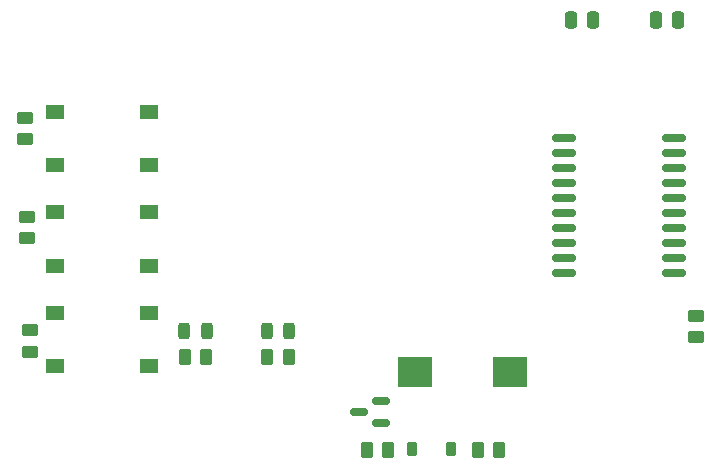
<source format=gtp>
G04 #@! TF.GenerationSoftware,KiCad,Pcbnew,7.0.5-7.0.5~ubuntu20.04.1*
G04 #@! TF.CreationDate,2023-07-24T22:04:44+03:00*
G04 #@! TF.ProjectId,hardware,68617264-7761-4726-952e-6b696361645f,rev?*
G04 #@! TF.SameCoordinates,Original*
G04 #@! TF.FileFunction,Paste,Top*
G04 #@! TF.FilePolarity,Positive*
%FSLAX46Y46*%
G04 Gerber Fmt 4.6, Leading zero omitted, Abs format (unit mm)*
G04 Created by KiCad (PCBNEW 7.0.5-7.0.5~ubuntu20.04.1) date 2023-07-24 22:04:44*
%MOMM*%
%LPD*%
G01*
G04 APERTURE LIST*
G04 Aperture macros list*
%AMRoundRect*
0 Rectangle with rounded corners*
0 $1 Rounding radius*
0 $2 $3 $4 $5 $6 $7 $8 $9 X,Y pos of 4 corners*
0 Add a 4 corners polygon primitive as box body*
4,1,4,$2,$3,$4,$5,$6,$7,$8,$9,$2,$3,0*
0 Add four circle primitives for the rounded corners*
1,1,$1+$1,$2,$3*
1,1,$1+$1,$4,$5*
1,1,$1+$1,$6,$7*
1,1,$1+$1,$8,$9*
0 Add four rect primitives between the rounded corners*
20,1,$1+$1,$2,$3,$4,$5,0*
20,1,$1+$1,$4,$5,$6,$7,0*
20,1,$1+$1,$6,$7,$8,$9,0*
20,1,$1+$1,$8,$9,$2,$3,0*%
G04 Aperture macros list end*
%ADD10RoundRect,0.250000X0.262500X0.450000X-0.262500X0.450000X-0.262500X-0.450000X0.262500X-0.450000X0*%
%ADD11R,3.000000X2.500000*%
%ADD12RoundRect,0.250000X0.250000X0.475000X-0.250000X0.475000X-0.250000X-0.475000X0.250000X-0.475000X0*%
%ADD13RoundRect,0.250000X0.450000X-0.262500X0.450000X0.262500X-0.450000X0.262500X-0.450000X-0.262500X0*%
%ADD14R,1.550000X1.300000*%
%ADD15RoundRect,0.243750X0.243750X0.456250X-0.243750X0.456250X-0.243750X-0.456250X0.243750X-0.456250X0*%
%ADD16RoundRect,0.150000X0.875000X0.150000X-0.875000X0.150000X-0.875000X-0.150000X0.875000X-0.150000X0*%
%ADD17RoundRect,0.250000X-0.450000X0.262500X-0.450000X-0.262500X0.450000X-0.262500X0.450000X0.262500X0*%
%ADD18RoundRect,0.250000X-0.250000X-0.475000X0.250000X-0.475000X0.250000X0.475000X-0.250000X0.475000X0*%
%ADD19RoundRect,0.225000X0.225000X0.375000X-0.225000X0.375000X-0.225000X-0.375000X0.225000X-0.375000X0*%
%ADD20RoundRect,0.150000X0.587500X0.150000X-0.587500X0.150000X-0.587500X-0.150000X0.587500X-0.150000X0*%
G04 APERTURE END LIST*
D10*
X161912500Y-121800000D03*
X160087500Y-121800000D03*
D11*
X154800000Y-115275000D03*
X162800000Y-115275000D03*
D12*
X169850000Y-85400000D03*
X167950000Y-85400000D03*
D13*
X178600000Y-112312500D03*
X178600000Y-110487500D03*
D10*
X152512500Y-121800000D03*
X150687500Y-121800000D03*
D14*
X132275000Y-114725000D03*
X124325000Y-114725000D03*
X132275000Y-110225000D03*
X124325000Y-110225000D03*
X132275000Y-106225000D03*
X124325000Y-106225000D03*
X132275000Y-101725000D03*
X124325000Y-101725000D03*
D15*
X135262500Y-111800000D03*
X137137500Y-111800000D03*
D10*
X144112500Y-114000000D03*
X142287500Y-114000000D03*
D15*
X142262500Y-111800000D03*
X144137500Y-111800000D03*
D14*
X132275000Y-97725000D03*
X124325000Y-97725000D03*
X132275000Y-93225000D03*
X124325000Y-93225000D03*
D16*
X176700000Y-106885000D03*
X176700000Y-105615000D03*
X176700000Y-104345000D03*
X176700000Y-103075000D03*
X176700000Y-101805000D03*
X176700000Y-100535000D03*
X176700000Y-99265000D03*
X176700000Y-97995000D03*
X176700000Y-96725000D03*
X176700000Y-95455000D03*
X167400000Y-95455000D03*
X167400000Y-96725000D03*
X167400000Y-97995000D03*
X167400000Y-99265000D03*
X167400000Y-100535000D03*
X167400000Y-101805000D03*
X167400000Y-103075000D03*
X167400000Y-104345000D03*
X167400000Y-105615000D03*
X167400000Y-106885000D03*
D17*
X121800000Y-93687500D03*
X121800000Y-95512500D03*
D18*
X175150000Y-85400000D03*
X177050000Y-85400000D03*
D10*
X137112500Y-114000000D03*
X135287500Y-114000000D03*
D17*
X121900000Y-102087500D03*
X121900000Y-103912500D03*
X122200000Y-111687500D03*
X122200000Y-113512500D03*
D19*
X157850000Y-121775000D03*
X154550000Y-121775000D03*
D20*
X151875000Y-119550000D03*
X151875000Y-117650000D03*
X150000000Y-118600000D03*
M02*

</source>
